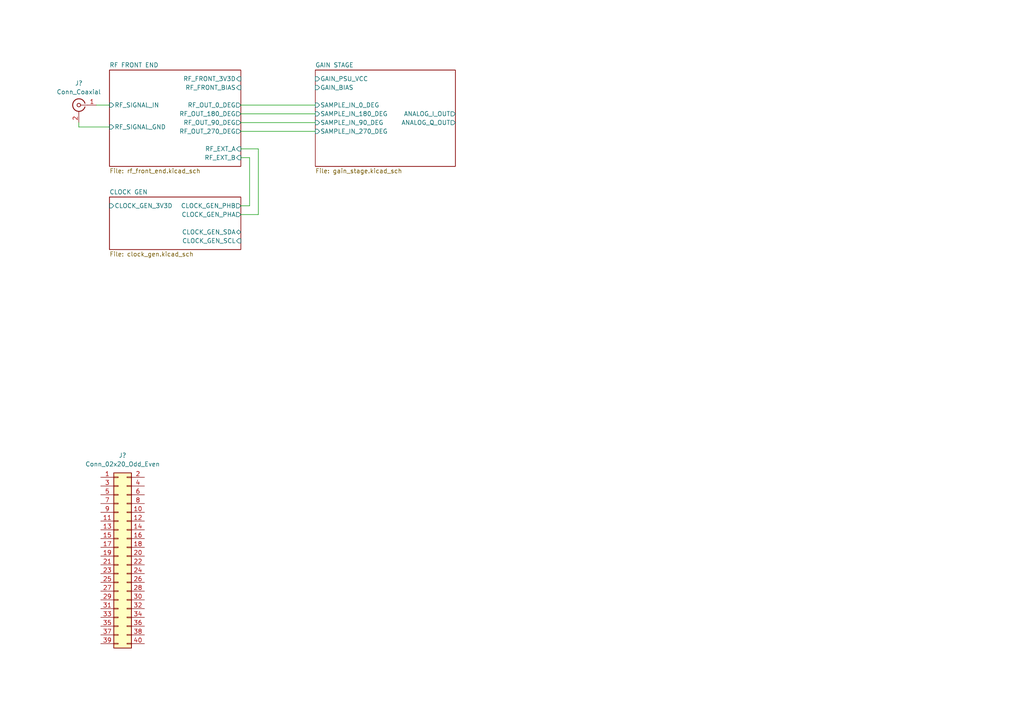
<source format=kicad_sch>
(kicad_sch (version 20211123) (generator eeschema)
  (paper "A4")
  (lib_symbols
    (symbol "Connector:Conn_Coaxial" (pin_names (offset 1.016) hide)
      (property "Reference" "J" (at 0.254 3.048 0))
      (property "Value" "Conn_Coaxial" (at 2.921 0 90))
      (symbol "Conn_Coaxial_0_1"
        (arc (start -1.778 -0.508) (mid 0.222 -1.808) (end 1.778 0) (stroke (width 0.254)))
        (polyline (pts (xy -2.54 0) (xy -0.508 0)))
        (polyline (pts (xy 0 -2.54) (xy 0 -1.778)))
        (circle (center 0 0) (radius 0.508) (stroke (width 0.2032)))
        (arc (start 1.778 0) (mid 0.2221 1.8083) (end -1.778 0.508) (stroke (width 0.254)))
      )
      (symbol "Conn_Coaxial_1_1"
        (pin passive line (at -5.08 0 0) (length 2.54) (name "In") (number "1"))
        (pin passive line (at 0 -5.08 90) (length 2.54) (name "Ext") (number "2"))
      )
    )
    (symbol "Connector_Generic:Conn_02x20_Odd_Even" (pin_names (offset 1.016) hide)
      (property "Reference" "J" (at 1.27 25.4 0))
      (property "Value" "Conn_02x20_Odd_Even" (at 1.27 -27.94 0))
      (symbol "Conn_02x20_Odd_Even_1_1"
        (rectangle (start -1.27 -25.273) (end 0 -25.527) (stroke (width 0.1524)))
        (rectangle (start -1.27 -22.733) (end 0 -22.987) (stroke (width 0.1524)))
        (rectangle (start -1.27 -20.193) (end 0 -20.447) (stroke (width 0.1524)))
        (rectangle (start -1.27 -17.653) (end 0 -17.907) (stroke (width 0.1524)))
        (rectangle (start -1.27 -15.113) (end 0 -15.367) (stroke (width 0.1524)))
        (rectangle (start -1.27 -12.573) (end 0 -12.827) (stroke (width 0.1524)))
        (rectangle (start -1.27 -10.033) (end 0 -10.287) (stroke (width 0.1524)))
        (rectangle (start -1.27 -7.493) (end 0 -7.747) (stroke (width 0.1524)))
        (rectangle (start -1.27 -4.953) (end 0 -5.207) (stroke (width 0.1524)))
        (rectangle (start -1.27 -2.413) (end 0 -2.667) (stroke (width 0.1524)))
        (rectangle (start -1.27 0.127) (end 0 -0.127) (stroke (width 0.1524)))
        (rectangle (start -1.27 2.667) (end 0 2.413) (stroke (width 0.1524)))
        (rectangle (start -1.27 5.207) (end 0 4.953) (stroke (width 0.1524)))
        (rectangle (start -1.27 7.747) (end 0 7.493) (stroke (width 0.1524)))
        (rectangle (start -1.27 10.287) (end 0 10.033) (stroke (width 0.1524)))
        (rectangle (start -1.27 12.827) (end 0 12.573) (stroke (width 0.1524)))
        (rectangle (start -1.27 15.367) (end 0 15.113) (stroke (width 0.1524)))
        (rectangle (start -1.27 17.907) (end 0 17.653) (stroke (width 0.1524)))
        (rectangle (start -1.27 20.447) (end 0 20.193) (stroke (width 0.1524)))
        (rectangle (start -1.27 22.987) (end 0 22.733) (stroke (width 0.1524)))
        (rectangle (start -1.27 24.13) (end 3.81 -26.67) (stroke (width 0.254)) (fill (type background)))
        (rectangle (start 3.81 -25.273) (end 2.54 -25.527) (stroke (width 0.1524)))
        (rectangle (start 3.81 -22.733) (end 2.54 -22.987) (stroke (width 0.1524)))
        (rectangle (start 3.81 -20.193) (end 2.54 -20.447) (stroke (width 0.1524)))
        (rectangle (start 3.81 -17.653) (end 2.54 -17.907) (stroke (width 0.1524)))
        (rectangle (start 3.81 -15.113) (end 2.54 -15.367) (stroke (width 0.1524)))
        (rectangle (start 3.81 -12.573) (end 2.54 -12.827) (stroke (width 0.1524)))
        (rectangle (start 3.81 -10.033) (end 2.54 -10.287) (stroke (width 0.1524)))
        (rectangle (start 3.81 -7.493) (end 2.54 -7.747) (stroke (width 0.1524)))
        (rectangle (start 3.81 -4.953) (end 2.54 -5.207) (stroke (width 0.1524)))
        (rectangle (start 3.81 -2.413) (end 2.54 -2.667) (stroke (width 0.1524)))
        (rectangle (start 3.81 0.127) (end 2.54 -0.127) (stroke (width 0.1524)))
        (rectangle (start 3.81 2.667) (end 2.54 2.413) (stroke (width 0.1524)))
        (rectangle (start 3.81 5.207) (end 2.54 4.953) (stroke (width 0.1524)))
        (rectangle (start 3.81 7.747) (end 2.54 7.493) (stroke (width 0.1524)))
        (rectangle (start 3.81 10.287) (end 2.54 10.033) (stroke (width 0.1524)))
        (rectangle (start 3.81 12.827) (end 2.54 12.573) (stroke (width 0.1524)))
        (rectangle (start 3.81 15.367) (end 2.54 15.113) (stroke (width 0.1524)))
        (rectangle (start 3.81 17.907) (end 2.54 17.653) (stroke (width 0.1524)))
        (rectangle (start 3.81 20.447) (end 2.54 20.193) (stroke (width 0.1524)))
        (rectangle (start 3.81 22.987) (end 2.54 22.733) (stroke (width 0.1524)))
        (pin passive line (at -5.08 22.86 0) (length 3.81) (name "Pin_1") (number "1"))
        (pin passive line (at 7.62 12.7 180) (length 3.81) (name "Pin_10") (number "10"))
        (pin passive line (at -5.08 10.16 0) (length 3.81) (name "Pin_11") (number "11"))
        (pin passive line (at 7.62 10.16 180) (length 3.81) (name "Pin_12") (number "12"))
        (pin passive line (at -5.08 7.62 0) (length 3.81) (name "Pin_13") (number "13"))
        (pin passive line (at 7.62 7.62 180) (length 3.81) (name "Pin_14") (number "14"))
        (pin passive line (at -5.08 5.08 0) (length 3.81) (name "Pin_15") (number "15"))
        (pin passive line (at 7.62 5.08 180) (length 3.81) (name "Pin_16") (number "16"))
        (pin passive line (at -5.08 2.54 0) (length 3.81) (name "Pin_17") (number "17"))
        (pin passive line (at 7.62 2.54 180) (length 3.81) (name "Pin_18") (number "18"))
        (pin passive line (at -5.08 0 0) (length 3.81) (name "Pin_19") (number "19"))
        (pin passive line (at 7.62 22.86 180) (length 3.81) (name "Pin_2") (number "2"))
        (pin passive line (at 7.62 0 180) (length 3.81) (name "Pin_20") (number "20"))
        (pin passive line (at -5.08 -2.54 0) (length 3.81) (name "Pin_21") (number "21"))
        (pin passive line (at 7.62 -2.54 180) (length 3.81) (name "Pin_22") (number "22"))
        (pin passive line (at -5.08 -5.08 0) (length 3.81) (name "Pin_23") (number "23"))
        (pin passive line (at 7.62 -5.08 180) (length 3.81) (name "Pin_24") (number "24"))
        (pin passive line (at -5.08 -7.62 0) (length 3.81) (name "Pin_25") (number "25"))
        (pin passive line (at 7.62 -7.62 180) (length 3.81) (name "Pin_26") (number "26"))
        (pin passive line (at -5.08 -10.16 0) (length 3.81) (name "Pin_27") (number "27"))
        (pin passive line (at 7.62 -10.16 180) (length 3.81) (name "Pin_28") (number "28"))
        (pin passive line (at -5.08 -12.7 0) (length 3.81) (name "Pin_29") (number "29"))
        (pin passive line (at -5.08 20.32 0) (length 3.81) (name "Pin_3") (number "3"))
        (pin passive line (at 7.62 -12.7 180) (length 3.81) (name "Pin_30") (number "30"))
        (pin passive line (at -5.08 -15.24 0) (length 3.81) (name "Pin_31") (number "31"))
        (pin passive line (at 7.62 -15.24 180) (length 3.81) (name "Pin_32") (number "32"))
        (pin passive line (at -5.08 -17.78 0) (length 3.81) (name "Pin_33") (number "33"))
        (pin passive line (at 7.62 -17.78 180) (length 3.81) (name "Pin_34") (number "34"))
        (pin passive line (at -5.08 -20.32 0) (length 3.81) (name "Pin_35") (number "35"))
        (pin passive line (at 7.62 -20.32 180) (length 3.81) (name "Pin_36") (number "36"))
        (pin passive line (at -5.08 -22.86 0) (length 3.81) (name "Pin_37") (number "37"))
        (pin passive line (at 7.62 -22.86 180) (length 3.81) (name "Pin_38") (number "38"))
        (pin passive line (at -5.08 -25.4 0) (length 3.81) (name "Pin_39") (number "39"))
        (pin passive line (at 7.62 20.32 180) (length 3.81) (name "Pin_4") (number "4"))
        (pin passive line (at 7.62 -25.4 180) (length 3.81) (name "Pin_40") (number "40"))
        (pin passive line (at -5.08 17.78 0) (length 3.81) (name "Pin_5") (number "5"))
        (pin passive line (at 7.62 17.78 180) (length 3.81) (name "Pin_6") (number "6"))
        (pin passive line (at -5.08 15.24 0) (length 3.81) (name "Pin_7") (number "7"))
        (pin passive line (at 7.62 15.24 180) (length 3.81) (name "Pin_8") (number "8"))
        (pin passive line (at -5.08 12.7 0) (length 3.81) (name "Pin_9") (number "9"))
      )
    )
  )
  (wire (pts (xy 69.85 59.69) (xy 72.39 59.69)))
  (wire (pts (xy 22.86 35.56) (xy 22.86 36.83)))
  (wire (pts (xy 69.85 30.48) (xy 91.44 30.48)))
  (wire (pts (xy 69.85 33.02) (xy 91.44 33.02)))
  (wire (pts (xy 72.39 59.69) (xy 72.39 45.72)))
  (wire (pts (xy 69.85 62.23) (xy 74.93 62.23)))
  (wire (pts (xy 27.94 30.48) (xy 31.75 30.48)))
  (wire (pts (xy 74.93 62.23) (xy 74.93 43.18)))
  (wire (pts (xy 69.85 43.18) (xy 74.93 43.18)))
  (wire (pts (xy 69.85 35.56) (xy 91.44 35.56)))
  (wire (pts (xy 69.85 45.72) (xy 72.39 45.72)))
  (wire (pts (xy 22.86 36.83) (xy 31.75 36.83)))
  (wire (pts (xy 69.85 38.1) (xy 91.44 38.1)))
  (symbol (lib_id "Connector_Generic:Conn_02x20_Odd_Even") (at 34.29 161.29 0) (unit 1)
    (property "Reference" "J?" (at 35.56 132.08 0))
    (property "Value" "Conn_02x20_Odd_Even" (at 35.56 134.62 0))
  )
  (symbol (lib_id "Connector:Conn_Coaxial") (at 22.86 30.48 0) (mirror y) (unit 1)
    (property "Reference" "J?" (at 22.86 24.13 0))
    (property "Value" "Conn_Coaxial" (at 22.86 26.67 0))
    (property "Datasheet" " ~" (effects hide))
  )
  (sheet (at 31.75 20.32) (size 38.1 27.94) (stroke (width 0.1524))
    (property "Sheet name" "RF FRONT END" (at 31.75 19.6084 0) (effects (justify left bottom)))
    (property "Sheet file" "rf_front_end.kicad_sch" (at 31.75 48.8446 0) (effects (justify left top)))
    (pin "RF_FRONT_BIAS" input (at 69.85 25.4 0))
    (pin "RF_FRONT_3V3D" input (at 69.85 22.86 0))
    (pin "RF_EXT_A" input (at 69.85 43.18 0))
    (pin "RF_SIGNAL_GND" input (at 31.75 36.83 180))
    (pin "RF_SIGNAL_IN" input (at 31.75 30.48 180))
    (pin "RF_EXT_B" input (at 69.85 45.72 0))
    (pin "RF_OUT_0_DEG" output (at 69.85 30.48 0))
    (pin "RF_OUT_180_DEG" output (at 69.85 33.02 0))
    (pin "RF_OUT_270_DEG" output (at 69.85 38.1 0))
    (pin "RF_OUT_90_DEG" output (at 69.85 35.56 0))
  )
  (sheet (at 91.44 20.32) (size 40.64 27.94) (stroke (width 0.1524))
    (property "Sheet name" "GAIN STAGE" (at 91.44 19.6084 0) (effects (justify left bottom)))
    (property "Sheet file" "gain_stage.kicad_sch" (at 91.44 48.8446 0) (effects (justify left top)))
    (pin "GAIN_PSU_VCC" input (at 91.44 22.86 180))
    (pin "SAMPLE_IN_90_DEG" input (at 91.44 35.56 180))
    (pin "SAMPLE_IN_180_DEG" input (at 91.44 33.02 180))
    (pin "SAMPLE_IN_270_DEG" input (at 91.44 38.1 180))
    (pin "SAMPLE_IN_0_DEG" input (at 91.44 30.48 180))
    (pin "GAIN_BIAS" input (at 91.44 25.4 180))
    (pin "ANALOG_I_OUT" output (at 132.08 33.02 0))
    (pin "ANALOG_Q_OUT" output (at 132.08 35.56 0))
  )
  (sheet (at 31.75 57.15) (size 38.1 15.24) (stroke (width 0.1524))
    (property "Sheet name" "CLOCK GEN" (at 31.75 56.4384 0) (effects (justify left bottom)))
    (property "Sheet file" "clock_gen.kicad_sch" (at 31.75 72.9746 0) (effects (justify left top)))
    (pin "CLOCK_GEN_PHA" output (at 69.85 62.23 0))
    (pin "CLOCK_GEN_PHB" output (at 69.85 59.69 0))
    (pin "CLOCK_GEN_SDA" bidirectional (at 69.85 67.31 0))
    (pin "CLOCK_GEN_SCL" input (at 69.85 69.85 0))
    (pin "CLOCK_GEN_3V3D" input (at 31.75 59.69 180))
  )
)
</source>
